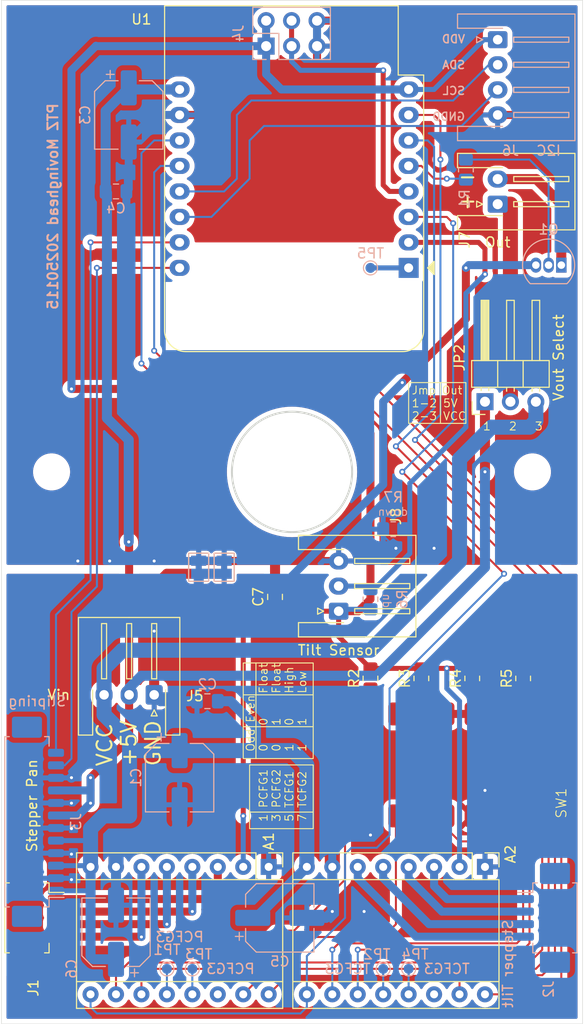
<source format=kicad_pcb>
(kicad_pcb
	(version 20240108)
	(generator "pcbnew")
	(generator_version "8.0")
	(general
		(thickness 1.6)
		(legacy_teardrops no)
	)
	(paper "A4")
	(layers
		(0 "F.Cu" signal)
		(31 "B.Cu" signal)
		(32 "B.Adhes" user "B.Adhesive")
		(33 "F.Adhes" user "F.Adhesive")
		(34 "B.Paste" user)
		(35 "F.Paste" user)
		(36 "B.SilkS" user "B.Silkscreen")
		(37 "F.SilkS" user "F.Silkscreen")
		(38 "B.Mask" user)
		(39 "F.Mask" user)
		(40 "Dwgs.User" user "User.Drawings")
		(41 "Cmts.User" user "User.Comments")
		(42 "Eco1.User" user "User.Eco1")
		(43 "Eco2.User" user "User.Eco2")
		(44 "Edge.Cuts" user)
		(45 "Margin" user)
		(46 "B.CrtYd" user "B.Courtyard")
		(47 "F.CrtYd" user "F.Courtyard")
		(48 "B.Fab" user)
		(49 "F.Fab" user)
		(50 "User.1" user)
		(51 "User.2" user)
		(52 "User.3" user)
		(53 "User.4" user)
		(54 "User.5" user)
		(55 "User.6" user)
		(56 "User.7" user)
		(57 "User.8" user)
		(58 "User.9" user)
	)
	(setup
		(pad_to_mask_clearance 0)
		(allow_soldermask_bridges_in_footprints no)
		(pcbplotparams
			(layerselection 0x00010fc_ffffffff)
			(plot_on_all_layers_selection 0x0000000_00000000)
			(disableapertmacros no)
			(usegerberextensions yes)
			(usegerberattributes no)
			(usegerberadvancedattributes no)
			(creategerberjobfile no)
			(dashed_line_dash_ratio 12.000000)
			(dashed_line_gap_ratio 3.000000)
			(svgprecision 4)
			(plotframeref no)
			(viasonmask no)
			(mode 1)
			(useauxorigin no)
			(hpglpennumber 1)
			(hpglpenspeed 20)
			(hpglpendiameter 15.000000)
			(pdf_front_fp_property_popups yes)
			(pdf_back_fp_property_popups yes)
			(dxfpolygonmode yes)
			(dxfimperialunits yes)
			(dxfusepcbnewfont yes)
			(psnegative no)
			(psa4output no)
			(plotreference yes)
			(plotvalue yes)
			(plotfptext yes)
			(plotinvisibletext no)
			(sketchpadsonfab no)
			(subtractmaskfromsilk yes)
			(outputformat 1)
			(mirror no)
			(drillshape 0)
			(scaleselection 1)
			(outputdirectory "Gerber/")
		)
	)
	(net 0 "")
	(net 1 "P_CFG0")
	(net 2 "Net-(A1-1A)")
	(net 3 "GNDPWR")
	(net 4 "Net-(A1-DIR)")
	(net 5 "Net-(A1-~{ENABLE})")
	(net 6 "Net-(A1-1B)")
	(net 7 "P_CFG2")
	(net 8 "Net-(A1-2B)")
	(net 9 "VCC")
	(net 10 "Net-(A1-2A)")
	(net 11 "P_CFG1")
	(net 12 "Net-(A1-STEP)")
	(net 13 "P_CFG3")
	(net 14 "unconnected-(A1-~{SLEEP}-Pad14)")
	(net 15 "VDD")
	(net 16 "T_CFG1")
	(net 17 "T_CFG3")
	(net 18 "T_CFG2")
	(net 19 "Net-(A2-DIR)")
	(net 20 "Net-(A2-2A)")
	(net 21 "unconnected-(A2-~{SLEEP}-Pad14)")
	(net 22 "Net-(A2-1A)")
	(net 23 "Net-(A2-2B)")
	(net 24 "T_CFG0")
	(net 25 "Net-(A2-1B)")
	(net 26 "Net-(A2-STEP)")
	(net 27 "Net-(J3-Pin_11)")
	(net 28 "+5V")
	(net 29 "Net-(J3-Pin_12)")
	(net 30 "Net-(J4-Pin_3)")
	(net 31 "GNDD")
	(net 32 "SCL")
	(net 33 "SDA")
	(net 34 "Net-(J7-Pin_2)")
	(net 35 "Net-(J7-Pin_1)")
	(net 36 "Net-(J8-Pin_2)")
	(net 37 "Net-(Q1-B)")
	(net 38 "Net-(U1-MISO{slash}D6)")
	(net 39 "Net-(R2-Pad1)")
	(net 40 "Net-(R3-Pad1)")
	(net 41 "Net-(R4-Pad1)")
	(net 42 "Net-(R5-Pad1)")
	(net 43 "Net-(U1-~{RST})")
	(footprint "Module:Pololu_Breakout-16_15.2x20.3mm" (layer "F.Cu") (at 99.06 137.16 -90))
	(footprint "Resistor_SMD:R_0805_2012Metric_Pad1.20x1.40mm_HandSolder" (layer "F.Cu") (at 102.87 118.38 90))
	(footprint "Connector_JST:JST_XH_S3B-XH-A-1_1x03_P2.50mm_Horizontal" (layer "F.Cu") (at 66.04 120.015 180))
	(footprint "Jumper:SolderJumper-2_P1.3mm_Bridged_Pad1.0x1.5mm" (layer "F.Cu") (at 73.025 107.3 -90))
	(footprint "Button_Switch_SMD:DIP_Switch_8_2.54_wide" (layer "F.Cu") (at 93.98 127 90))
	(footprint "MountingHole:MountingHole_3.2mm_M3" (layer "F.Cu") (at 55.8 97.8))
	(footprint "Resistor_SMD:R_0805_2012Metric_Pad1.20x1.40mm_HandSolder" (layer "F.Cu") (at 87.63 118.38 90))
	(footprint "Connector_JST:JST_XH_S3B-XH-A-1_1x03_P2.50mm_Horizontal" (layer "F.Cu") (at 84.455 111.68 90))
	(footprint "Resistor_SMD:R_0805_2012Metric_Pad1.20x1.40mm_HandSolder" (layer "F.Cu") (at 92.71 118.38 90))
	(footprint "Connector_JST:JST_XH_S2B-XH-A-1_1x02_P2.50mm_Horizontal" (layer "F.Cu") (at 100.33 71.12 90))
	(footprint "Connector_PinHeader_2.54mm:PinHeader_1x03_P2.54mm_Horizontal" (layer "F.Cu") (at 99.06 90.805 90))
	(footprint "Connector_Molex:Molex_PicoBlade_53261-0471_1x04-1MP_P1.25mm_Horizontal" (layer "F.Cu") (at 53.84 142.24 -90))
	(footprint "Resistor_SMD:R_0805_2012Metric_Pad1.20x1.40mm_HandSolder" (layer "F.Cu") (at 97.79 118.38 90))
	(footprint "MountingHole:MountingHole_3.2mm_M3" (layer "F.Cu") (at 103.8 97.8))
	(footprint "Module:Pololu_Breakout-16_15.2x20.3mm" (layer "F.Cu") (at 77.47 137.16 -90))
	(footprint "RF_Module:WEMOS_D1_mini_light" (layer "F.Cu") (at 91.44 77.47 180))
	(footprint "Capacitor_SMD:C_0805_2012Metric_Pad1.18x1.45mm_HandSolder" (layer "F.Cu") (at 78.105 110.2575 90))
	(footprint "Jumper:SolderJumper-2_P1.3mm_Bridged_Pad1.0x1.5mm" (layer "F.Cu") (at 70.485 107.3 -90))
	(footprint "Resistor_SMD:R_0805_2012Metric_Pad1.20x1.40mm_HandSolder" (layer "B.Cu") (at 89.9 103.505 180))
	(footprint "Connector_Molex:Molex_PicoBlade_53261-1271_1x12-1MP_P1.25mm_Horizontal" (layer "B.Cu") (at 53.84 132.665 90))
	(footprint "Connector_JST:JST_XH_S4B-XH-A-1_1x04_P2.50mm_Horizontal" (layer "B.Cu") (at 100.33 54.73 -90))
	(footprint "TestPoint:TestPoint_Pad_D1.0mm" (layer "B.Cu") (at 87.63 77.47 180))
	(footprint "Capacitor_SMD:CP_Elec_6.3x7.7" (layer "B.Cu") (at 62.23 143.67 90))
	(footprint "TestPoint:TestPoint_Pad_D1.0mm" (layer "B.Cu") (at 88.9 147.32 180))
	(footprint "Capacitor_SMD:C_0805_2012Metric_Pad1.18x1.45mm_HandSolder" (layer "B.Cu") (at 71.3525 120.65 180))
	(footprint "Resistor_SMD:R_0805_2012Metric_Pad1.20x1.40mm_HandSolder" (layer "B.Cu") (at 87.63 110.49 90))
	(footprint "Package_TO_SOT_THT:TO-92_Inline" (layer "B.Cu") (at 106.68 77.195 180))
	(footprint "TestPoint:TestPoint_Pad_D1.0mm" (layer "B.Cu") (at 67.31 147.32 180))
	(footprint "Capacitor_SMD:CP_Elec_6.3x7.7" (layer "B.Cu") (at 78.58 142.24))
	(footprint "TestPoint:TestPoint_Pad_D1.0mm" (layer "B.Cu") (at 69.85 147.32 180))
	(footprint "Jumper:SolderJumper-2_P1.3mm_Bridged_Pad1.0x1.5mm" (layer "B.Cu") (at 70.485 107.3 -90))
	(footprint "TestPoint:TestPoint_Pad_D1.0mm" (layer "B.Cu") (at 91.44 147.32 180))
	(footprint "Connector_PinSocket_2.54mm:PinSocket_2x03_P2.54mm_Vertical"
		(layer "B.Cu")
		(uuid "a3d1f955-fa55-4c28-a22f-f374e17d9428")
		(at 77.216 55.372 -90)
		(descr "Through hole straight socket strip, 2x03, 2.54mm pitch, double cols (from Kicad 4.0.7), script generated")
		(tags "Through hole socket strip THT 2x03 2.54mm double row")
		(property "Reference" "J4"
			(at -1.27 2.77 90)
			(layer "B.SilkS")
			(uuid "245a5cae-eedd-4a82-be1d-bc2207d3620a")
			(effects
				(font
					(size 1 1)
					(thickness 0.15)
				)
				(justify mirror)
			)
		)
		(property "Value" "Pan Sensor"
			(at 2.413 0.381 180)
			(layer "B.Fab")
			(uuid "0e079b24-c8b0-4e55-8862-636db46f4818")
			(effects
				(font
					(size 1 1)
					(thickness 0.15)
				)
				(justify mirror)
			)
		)
		(property "Footprint" "Connector_PinSocket_2.54mm:PinSocket_2x03_P2.54mm_Vertical"
			(at 0 0 90)
			(unlocked yes)
			(layer "B.Fab")
			(hide yes)
			(uuid "59db8879-aeb1-4373-b3a8-3f584d69b0e6")
			(effects
				(font
					(size 1.27 1.27)
					(thickness 0.15)
				)
				(justify mirror)
			)
		)
		(property "Datasheet" ""
			(at 0 0 90)
			(unlocked yes)
			(layer "B.Fab")
			(hide yes)
			(uuid "74e31739-7217-439f-b437-2e8cb8175dca")
			(effects
				(font
					(size 1.27 1.27)
					(thickness 0.15)
				)
				(justify mirror)
			)
		)
		(property "Description" "Generic connector, double row, 02x03, odd/even pin numbering scheme (row 1 odd numbers, row 2 even numbers), script generated (kicad-library-utils/schlib/autogen/connector/)"
			(at 0 0 90)
			(unlocked yes)
			(layer "B.Fab")
			(hide yes)
			(uuid "98903e9c-dc5d-4534-aee7-b184b8e6c787")
			(effects
				(font
					(size 1.27 1.27)
					(thickness 0.15)
				)
				(justify mirror)
			)
		)
		(property ki_fp_filters "Connector*:*_2x??_*")
		(path "/bca02c65-9e51-47a1-8dc1-8a14458ee77a")
		(sheetname "Root")
		(sheetfile "ptz_board.kicad_sch")
		(attr through_hole)
		(fp_line
			(start -1.27 1.33)
			(end -3.87 1.33)
			(stroke
				(width 0.12)
				(type solid)
			)
			(layer "B.SilkS")
			(uuid "c8212134-4c75-4b13-9232-4bbfad1edbbe")
		)
		(fp_line
			(start 1.33 1.33)
			(end 0 1.33)
			(stroke
				(width 0.12)
				(type solid)
			)
			(layer "B.SilkS")
			(uuid "4c2aa1d2-d5fe-4c85-a421-67f1dba966ab")
		)
		(fp_line
			(start 1.33 0)
			(end 1.33 1.33)
			(stroke
				(width 0.12)
				(type solid)
			)
			(layer "B.SilkS")
			(uuid "bd1c9b36-c9d6-469d-90fb-c34e5bd5f706")
		)
		(fp_line
			(start -1.27 -1.27)
			(end -1.27 1.33)
			(stroke
				(width 0.12)
				(type solid)
			)
			(layer "B.
... [403034 chars truncated]
</source>
